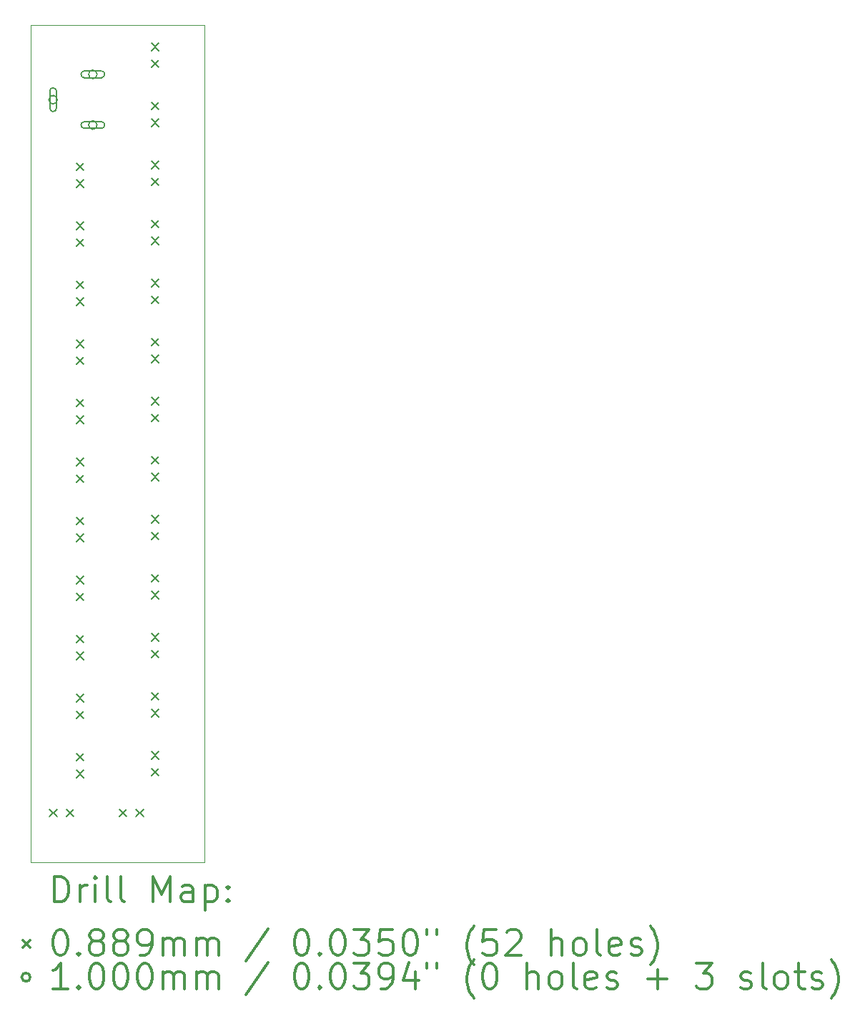
<source format=gbr>
%FSLAX45Y45*%
G04 Gerber Fmt 4.5, Leading zero omitted, Abs format (unit mm)*
G04 Created by KiCad (PCBNEW 5.1.10) date 2021-12-13 09:13:31*
%MOMM*%
%LPD*%
G01*
G04 APERTURE LIST*
%TA.AperFunction,Profile*%
%ADD10C,0.100000*%
%TD*%
%ADD11C,0.200000*%
%ADD12C,0.300000*%
G04 APERTURE END LIST*
D10*
X11379200Y-2463800D02*
X9321800Y-2463800D01*
X11379200Y-12369800D02*
X11379200Y-2463800D01*
X9321800Y-12369800D02*
X11379200Y-12369800D01*
X9321800Y-2463800D02*
X9321800Y-12369800D01*
D11*
X9544050Y-11741150D02*
X9632950Y-11830050D01*
X9632950Y-11741150D02*
X9544050Y-11830050D01*
X9744050Y-11741150D02*
X9832950Y-11830050D01*
X9832950Y-11741150D02*
X9744050Y-11830050D01*
X9861550Y-4095750D02*
X9950450Y-4184650D01*
X9950450Y-4095750D02*
X9861550Y-4184650D01*
X9861550Y-4295750D02*
X9950450Y-4384650D01*
X9950450Y-4295750D02*
X9861550Y-4384650D01*
X9861550Y-4794250D02*
X9950450Y-4883150D01*
X9950450Y-4794250D02*
X9861550Y-4883150D01*
X9861550Y-4994250D02*
X9950450Y-5083150D01*
X9950450Y-4994250D02*
X9861550Y-5083150D01*
X9861550Y-5492750D02*
X9950450Y-5581650D01*
X9950450Y-5492750D02*
X9861550Y-5581650D01*
X9861550Y-5692750D02*
X9950450Y-5781650D01*
X9950450Y-5692750D02*
X9861550Y-5781650D01*
X9861550Y-6191250D02*
X9950450Y-6280150D01*
X9950450Y-6191250D02*
X9861550Y-6280150D01*
X9861550Y-6391250D02*
X9950450Y-6480150D01*
X9950450Y-6391250D02*
X9861550Y-6480150D01*
X9861550Y-6889750D02*
X9950450Y-6978650D01*
X9950450Y-6889750D02*
X9861550Y-6978650D01*
X9861550Y-7089750D02*
X9950450Y-7178650D01*
X9950450Y-7089750D02*
X9861550Y-7178650D01*
X9861550Y-7588250D02*
X9950450Y-7677150D01*
X9950450Y-7588250D02*
X9861550Y-7677150D01*
X9861550Y-7788250D02*
X9950450Y-7877150D01*
X9950450Y-7788250D02*
X9861550Y-7877150D01*
X9861550Y-8286750D02*
X9950450Y-8375650D01*
X9950450Y-8286750D02*
X9861550Y-8375650D01*
X9861550Y-8486750D02*
X9950450Y-8575650D01*
X9950450Y-8486750D02*
X9861550Y-8575650D01*
X9861550Y-8985250D02*
X9950450Y-9074150D01*
X9950450Y-8985250D02*
X9861550Y-9074150D01*
X9861550Y-9185250D02*
X9950450Y-9274150D01*
X9950450Y-9185250D02*
X9861550Y-9274150D01*
X9861550Y-9683750D02*
X9950450Y-9772650D01*
X9950450Y-9683750D02*
X9861550Y-9772650D01*
X9861550Y-9883750D02*
X9950450Y-9972650D01*
X9950450Y-9883750D02*
X9861550Y-9972650D01*
X9861550Y-10382250D02*
X9950450Y-10471150D01*
X9950450Y-10382250D02*
X9861550Y-10471150D01*
X9861550Y-10582250D02*
X9950450Y-10671150D01*
X9950450Y-10582250D02*
X9861550Y-10671150D01*
X9861550Y-11080750D02*
X9950450Y-11169650D01*
X9950450Y-11080750D02*
X9861550Y-11169650D01*
X9861550Y-11280750D02*
X9950450Y-11369650D01*
X9950450Y-11280750D02*
X9861550Y-11369650D01*
X10369550Y-11741150D02*
X10458450Y-11830050D01*
X10458450Y-11741150D02*
X10369550Y-11830050D01*
X10569550Y-11741150D02*
X10658450Y-11830050D01*
X10658450Y-11741150D02*
X10569550Y-11830050D01*
X10750550Y-2676550D02*
X10839450Y-2765450D01*
X10839450Y-2676550D02*
X10750550Y-2765450D01*
X10750550Y-2876550D02*
X10839450Y-2965450D01*
X10839450Y-2876550D02*
X10750550Y-2965450D01*
X10750550Y-3375050D02*
X10839450Y-3463950D01*
X10839450Y-3375050D02*
X10750550Y-3463950D01*
X10750550Y-3575050D02*
X10839450Y-3663950D01*
X10839450Y-3575050D02*
X10750550Y-3663950D01*
X10750550Y-4073550D02*
X10839450Y-4162450D01*
X10839450Y-4073550D02*
X10750550Y-4162450D01*
X10750550Y-4273550D02*
X10839450Y-4362450D01*
X10839450Y-4273550D02*
X10750550Y-4362450D01*
X10750550Y-4772050D02*
X10839450Y-4860950D01*
X10839450Y-4772050D02*
X10750550Y-4860950D01*
X10750550Y-4972050D02*
X10839450Y-5060950D01*
X10839450Y-4972050D02*
X10750550Y-5060950D01*
X10750550Y-5470550D02*
X10839450Y-5559450D01*
X10839450Y-5470550D02*
X10750550Y-5559450D01*
X10750550Y-5670550D02*
X10839450Y-5759450D01*
X10839450Y-5670550D02*
X10750550Y-5759450D01*
X10750550Y-6169050D02*
X10839450Y-6257950D01*
X10839450Y-6169050D02*
X10750550Y-6257950D01*
X10750550Y-6369050D02*
X10839450Y-6457950D01*
X10839450Y-6369050D02*
X10750550Y-6457950D01*
X10750550Y-6867550D02*
X10839450Y-6956450D01*
X10839450Y-6867550D02*
X10750550Y-6956450D01*
X10750550Y-7067550D02*
X10839450Y-7156450D01*
X10839450Y-7067550D02*
X10750550Y-7156450D01*
X10750550Y-7566050D02*
X10839450Y-7654950D01*
X10839450Y-7566050D02*
X10750550Y-7654950D01*
X10750550Y-7766050D02*
X10839450Y-7854950D01*
X10839450Y-7766050D02*
X10750550Y-7854950D01*
X10750550Y-8264550D02*
X10839450Y-8353450D01*
X10839450Y-8264550D02*
X10750550Y-8353450D01*
X10750550Y-8464550D02*
X10839450Y-8553450D01*
X10839450Y-8464550D02*
X10750550Y-8553450D01*
X10750550Y-8963050D02*
X10839450Y-9051950D01*
X10839450Y-8963050D02*
X10750550Y-9051950D01*
X10750550Y-9163050D02*
X10839450Y-9251950D01*
X10839450Y-9163050D02*
X10750550Y-9251950D01*
X10750550Y-9661550D02*
X10839450Y-9750450D01*
X10839450Y-9661550D02*
X10750550Y-9750450D01*
X10750550Y-9861550D02*
X10839450Y-9950450D01*
X10839450Y-9861550D02*
X10750550Y-9950450D01*
X10750550Y-10360050D02*
X10839450Y-10448950D01*
X10839450Y-10360050D02*
X10750550Y-10448950D01*
X10750550Y-10560050D02*
X10839450Y-10648950D01*
X10839450Y-10560050D02*
X10750550Y-10648950D01*
X10750550Y-11058550D02*
X10839450Y-11147450D01*
X10839450Y-11058550D02*
X10750550Y-11147450D01*
X10750550Y-11258550D02*
X10839450Y-11347450D01*
X10839450Y-11258550D02*
X10750550Y-11347450D01*
X9638500Y-3348000D02*
G75*
G03*
X9638500Y-3348000I-50000J0D01*
G01*
X9548500Y-3248000D02*
X9548500Y-3448000D01*
X9628500Y-3248000D02*
X9628500Y-3448000D01*
X9548500Y-3448000D02*
G75*
G03*
X9628500Y-3448000I40000J0D01*
G01*
X9628500Y-3248000D02*
G75*
G03*
X9548500Y-3248000I-40000J0D01*
G01*
X10108500Y-3048000D02*
G75*
G03*
X10108500Y-3048000I-50000J0D01*
G01*
X10158500Y-3008000D02*
X9958500Y-3008000D01*
X10158500Y-3088000D02*
X9958500Y-3088000D01*
X9958500Y-3008000D02*
G75*
G03*
X9958500Y-3088000I0J-40000D01*
G01*
X10158500Y-3088000D02*
G75*
G03*
X10158500Y-3008000I0J40000D01*
G01*
X10108500Y-3648000D02*
G75*
G03*
X10108500Y-3648000I-50000J0D01*
G01*
X10158500Y-3608000D02*
X9958500Y-3608000D01*
X10158500Y-3688000D02*
X9958500Y-3688000D01*
X9958500Y-3608000D02*
G75*
G03*
X9958500Y-3688000I0J-40000D01*
G01*
X10158500Y-3688000D02*
G75*
G03*
X10158500Y-3608000I0J40000D01*
G01*
D12*
X9603228Y-12840514D02*
X9603228Y-12540514D01*
X9674657Y-12540514D01*
X9717514Y-12554800D01*
X9746086Y-12583371D01*
X9760371Y-12611943D01*
X9774657Y-12669086D01*
X9774657Y-12711943D01*
X9760371Y-12769086D01*
X9746086Y-12797657D01*
X9717514Y-12826229D01*
X9674657Y-12840514D01*
X9603228Y-12840514D01*
X9903228Y-12840514D02*
X9903228Y-12640514D01*
X9903228Y-12697657D02*
X9917514Y-12669086D01*
X9931800Y-12654800D01*
X9960371Y-12640514D01*
X9988943Y-12640514D01*
X10088943Y-12840514D02*
X10088943Y-12640514D01*
X10088943Y-12540514D02*
X10074657Y-12554800D01*
X10088943Y-12569086D01*
X10103228Y-12554800D01*
X10088943Y-12540514D01*
X10088943Y-12569086D01*
X10274657Y-12840514D02*
X10246086Y-12826229D01*
X10231800Y-12797657D01*
X10231800Y-12540514D01*
X10431800Y-12840514D02*
X10403228Y-12826229D01*
X10388943Y-12797657D01*
X10388943Y-12540514D01*
X10774657Y-12840514D02*
X10774657Y-12540514D01*
X10874657Y-12754800D01*
X10974657Y-12540514D01*
X10974657Y-12840514D01*
X11246086Y-12840514D02*
X11246086Y-12683371D01*
X11231800Y-12654800D01*
X11203228Y-12640514D01*
X11146086Y-12640514D01*
X11117514Y-12654800D01*
X11246086Y-12826229D02*
X11217514Y-12840514D01*
X11146086Y-12840514D01*
X11117514Y-12826229D01*
X11103228Y-12797657D01*
X11103228Y-12769086D01*
X11117514Y-12740514D01*
X11146086Y-12726229D01*
X11217514Y-12726229D01*
X11246086Y-12711943D01*
X11388943Y-12640514D02*
X11388943Y-12940514D01*
X11388943Y-12654800D02*
X11417514Y-12640514D01*
X11474657Y-12640514D01*
X11503228Y-12654800D01*
X11517514Y-12669086D01*
X11531800Y-12697657D01*
X11531800Y-12783371D01*
X11517514Y-12811943D01*
X11503228Y-12826229D01*
X11474657Y-12840514D01*
X11417514Y-12840514D01*
X11388943Y-12826229D01*
X11660371Y-12811943D02*
X11674657Y-12826229D01*
X11660371Y-12840514D01*
X11646086Y-12826229D01*
X11660371Y-12811943D01*
X11660371Y-12840514D01*
X11660371Y-12654800D02*
X11674657Y-12669086D01*
X11660371Y-12683371D01*
X11646086Y-12669086D01*
X11660371Y-12654800D01*
X11660371Y-12683371D01*
X9227900Y-13290350D02*
X9316800Y-13379250D01*
X9316800Y-13290350D02*
X9227900Y-13379250D01*
X9660371Y-13170514D02*
X9688943Y-13170514D01*
X9717514Y-13184800D01*
X9731800Y-13199086D01*
X9746086Y-13227657D01*
X9760371Y-13284800D01*
X9760371Y-13356229D01*
X9746086Y-13413371D01*
X9731800Y-13441943D01*
X9717514Y-13456229D01*
X9688943Y-13470514D01*
X9660371Y-13470514D01*
X9631800Y-13456229D01*
X9617514Y-13441943D01*
X9603228Y-13413371D01*
X9588943Y-13356229D01*
X9588943Y-13284800D01*
X9603228Y-13227657D01*
X9617514Y-13199086D01*
X9631800Y-13184800D01*
X9660371Y-13170514D01*
X9888943Y-13441943D02*
X9903228Y-13456229D01*
X9888943Y-13470514D01*
X9874657Y-13456229D01*
X9888943Y-13441943D01*
X9888943Y-13470514D01*
X10074657Y-13299086D02*
X10046086Y-13284800D01*
X10031800Y-13270514D01*
X10017514Y-13241943D01*
X10017514Y-13227657D01*
X10031800Y-13199086D01*
X10046086Y-13184800D01*
X10074657Y-13170514D01*
X10131800Y-13170514D01*
X10160371Y-13184800D01*
X10174657Y-13199086D01*
X10188943Y-13227657D01*
X10188943Y-13241943D01*
X10174657Y-13270514D01*
X10160371Y-13284800D01*
X10131800Y-13299086D01*
X10074657Y-13299086D01*
X10046086Y-13313371D01*
X10031800Y-13327657D01*
X10017514Y-13356229D01*
X10017514Y-13413371D01*
X10031800Y-13441943D01*
X10046086Y-13456229D01*
X10074657Y-13470514D01*
X10131800Y-13470514D01*
X10160371Y-13456229D01*
X10174657Y-13441943D01*
X10188943Y-13413371D01*
X10188943Y-13356229D01*
X10174657Y-13327657D01*
X10160371Y-13313371D01*
X10131800Y-13299086D01*
X10360371Y-13299086D02*
X10331800Y-13284800D01*
X10317514Y-13270514D01*
X10303228Y-13241943D01*
X10303228Y-13227657D01*
X10317514Y-13199086D01*
X10331800Y-13184800D01*
X10360371Y-13170514D01*
X10417514Y-13170514D01*
X10446086Y-13184800D01*
X10460371Y-13199086D01*
X10474657Y-13227657D01*
X10474657Y-13241943D01*
X10460371Y-13270514D01*
X10446086Y-13284800D01*
X10417514Y-13299086D01*
X10360371Y-13299086D01*
X10331800Y-13313371D01*
X10317514Y-13327657D01*
X10303228Y-13356229D01*
X10303228Y-13413371D01*
X10317514Y-13441943D01*
X10331800Y-13456229D01*
X10360371Y-13470514D01*
X10417514Y-13470514D01*
X10446086Y-13456229D01*
X10460371Y-13441943D01*
X10474657Y-13413371D01*
X10474657Y-13356229D01*
X10460371Y-13327657D01*
X10446086Y-13313371D01*
X10417514Y-13299086D01*
X10617514Y-13470514D02*
X10674657Y-13470514D01*
X10703228Y-13456229D01*
X10717514Y-13441943D01*
X10746086Y-13399086D01*
X10760371Y-13341943D01*
X10760371Y-13227657D01*
X10746086Y-13199086D01*
X10731800Y-13184800D01*
X10703228Y-13170514D01*
X10646086Y-13170514D01*
X10617514Y-13184800D01*
X10603228Y-13199086D01*
X10588943Y-13227657D01*
X10588943Y-13299086D01*
X10603228Y-13327657D01*
X10617514Y-13341943D01*
X10646086Y-13356229D01*
X10703228Y-13356229D01*
X10731800Y-13341943D01*
X10746086Y-13327657D01*
X10760371Y-13299086D01*
X10888943Y-13470514D02*
X10888943Y-13270514D01*
X10888943Y-13299086D02*
X10903228Y-13284800D01*
X10931800Y-13270514D01*
X10974657Y-13270514D01*
X11003228Y-13284800D01*
X11017514Y-13313371D01*
X11017514Y-13470514D01*
X11017514Y-13313371D02*
X11031800Y-13284800D01*
X11060371Y-13270514D01*
X11103228Y-13270514D01*
X11131800Y-13284800D01*
X11146086Y-13313371D01*
X11146086Y-13470514D01*
X11288943Y-13470514D02*
X11288943Y-13270514D01*
X11288943Y-13299086D02*
X11303228Y-13284800D01*
X11331800Y-13270514D01*
X11374657Y-13270514D01*
X11403228Y-13284800D01*
X11417514Y-13313371D01*
X11417514Y-13470514D01*
X11417514Y-13313371D02*
X11431800Y-13284800D01*
X11460371Y-13270514D01*
X11503228Y-13270514D01*
X11531800Y-13284800D01*
X11546086Y-13313371D01*
X11546086Y-13470514D01*
X12131800Y-13156229D02*
X11874657Y-13541943D01*
X12517514Y-13170514D02*
X12546086Y-13170514D01*
X12574657Y-13184800D01*
X12588943Y-13199086D01*
X12603228Y-13227657D01*
X12617514Y-13284800D01*
X12617514Y-13356229D01*
X12603228Y-13413371D01*
X12588943Y-13441943D01*
X12574657Y-13456229D01*
X12546086Y-13470514D01*
X12517514Y-13470514D01*
X12488943Y-13456229D01*
X12474657Y-13441943D01*
X12460371Y-13413371D01*
X12446086Y-13356229D01*
X12446086Y-13284800D01*
X12460371Y-13227657D01*
X12474657Y-13199086D01*
X12488943Y-13184800D01*
X12517514Y-13170514D01*
X12746086Y-13441943D02*
X12760371Y-13456229D01*
X12746086Y-13470514D01*
X12731800Y-13456229D01*
X12746086Y-13441943D01*
X12746086Y-13470514D01*
X12946086Y-13170514D02*
X12974657Y-13170514D01*
X13003228Y-13184800D01*
X13017514Y-13199086D01*
X13031800Y-13227657D01*
X13046086Y-13284800D01*
X13046086Y-13356229D01*
X13031800Y-13413371D01*
X13017514Y-13441943D01*
X13003228Y-13456229D01*
X12974657Y-13470514D01*
X12946086Y-13470514D01*
X12917514Y-13456229D01*
X12903228Y-13441943D01*
X12888943Y-13413371D01*
X12874657Y-13356229D01*
X12874657Y-13284800D01*
X12888943Y-13227657D01*
X12903228Y-13199086D01*
X12917514Y-13184800D01*
X12946086Y-13170514D01*
X13146086Y-13170514D02*
X13331800Y-13170514D01*
X13231800Y-13284800D01*
X13274657Y-13284800D01*
X13303228Y-13299086D01*
X13317514Y-13313371D01*
X13331800Y-13341943D01*
X13331800Y-13413371D01*
X13317514Y-13441943D01*
X13303228Y-13456229D01*
X13274657Y-13470514D01*
X13188943Y-13470514D01*
X13160371Y-13456229D01*
X13146086Y-13441943D01*
X13603228Y-13170514D02*
X13460371Y-13170514D01*
X13446086Y-13313371D01*
X13460371Y-13299086D01*
X13488943Y-13284800D01*
X13560371Y-13284800D01*
X13588943Y-13299086D01*
X13603228Y-13313371D01*
X13617514Y-13341943D01*
X13617514Y-13413371D01*
X13603228Y-13441943D01*
X13588943Y-13456229D01*
X13560371Y-13470514D01*
X13488943Y-13470514D01*
X13460371Y-13456229D01*
X13446086Y-13441943D01*
X13803228Y-13170514D02*
X13831800Y-13170514D01*
X13860371Y-13184800D01*
X13874657Y-13199086D01*
X13888943Y-13227657D01*
X13903228Y-13284800D01*
X13903228Y-13356229D01*
X13888943Y-13413371D01*
X13874657Y-13441943D01*
X13860371Y-13456229D01*
X13831800Y-13470514D01*
X13803228Y-13470514D01*
X13774657Y-13456229D01*
X13760371Y-13441943D01*
X13746086Y-13413371D01*
X13731800Y-13356229D01*
X13731800Y-13284800D01*
X13746086Y-13227657D01*
X13760371Y-13199086D01*
X13774657Y-13184800D01*
X13803228Y-13170514D01*
X14017514Y-13170514D02*
X14017514Y-13227657D01*
X14131800Y-13170514D02*
X14131800Y-13227657D01*
X14574657Y-13584800D02*
X14560371Y-13570514D01*
X14531800Y-13527657D01*
X14517514Y-13499086D01*
X14503228Y-13456229D01*
X14488943Y-13384800D01*
X14488943Y-13327657D01*
X14503228Y-13256229D01*
X14517514Y-13213371D01*
X14531800Y-13184800D01*
X14560371Y-13141943D01*
X14574657Y-13127657D01*
X14831800Y-13170514D02*
X14688943Y-13170514D01*
X14674657Y-13313371D01*
X14688943Y-13299086D01*
X14717514Y-13284800D01*
X14788943Y-13284800D01*
X14817514Y-13299086D01*
X14831800Y-13313371D01*
X14846086Y-13341943D01*
X14846086Y-13413371D01*
X14831800Y-13441943D01*
X14817514Y-13456229D01*
X14788943Y-13470514D01*
X14717514Y-13470514D01*
X14688943Y-13456229D01*
X14674657Y-13441943D01*
X14960371Y-13199086D02*
X14974657Y-13184800D01*
X15003228Y-13170514D01*
X15074657Y-13170514D01*
X15103228Y-13184800D01*
X15117514Y-13199086D01*
X15131800Y-13227657D01*
X15131800Y-13256229D01*
X15117514Y-13299086D01*
X14946086Y-13470514D01*
X15131800Y-13470514D01*
X15488943Y-13470514D02*
X15488943Y-13170514D01*
X15617514Y-13470514D02*
X15617514Y-13313371D01*
X15603228Y-13284800D01*
X15574657Y-13270514D01*
X15531800Y-13270514D01*
X15503228Y-13284800D01*
X15488943Y-13299086D01*
X15803228Y-13470514D02*
X15774657Y-13456229D01*
X15760371Y-13441943D01*
X15746086Y-13413371D01*
X15746086Y-13327657D01*
X15760371Y-13299086D01*
X15774657Y-13284800D01*
X15803228Y-13270514D01*
X15846086Y-13270514D01*
X15874657Y-13284800D01*
X15888943Y-13299086D01*
X15903228Y-13327657D01*
X15903228Y-13413371D01*
X15888943Y-13441943D01*
X15874657Y-13456229D01*
X15846086Y-13470514D01*
X15803228Y-13470514D01*
X16074657Y-13470514D02*
X16046086Y-13456229D01*
X16031800Y-13427657D01*
X16031800Y-13170514D01*
X16303228Y-13456229D02*
X16274657Y-13470514D01*
X16217514Y-13470514D01*
X16188943Y-13456229D01*
X16174657Y-13427657D01*
X16174657Y-13313371D01*
X16188943Y-13284800D01*
X16217514Y-13270514D01*
X16274657Y-13270514D01*
X16303228Y-13284800D01*
X16317514Y-13313371D01*
X16317514Y-13341943D01*
X16174657Y-13370514D01*
X16431800Y-13456229D02*
X16460371Y-13470514D01*
X16517514Y-13470514D01*
X16546086Y-13456229D01*
X16560371Y-13427657D01*
X16560371Y-13413371D01*
X16546086Y-13384800D01*
X16517514Y-13370514D01*
X16474657Y-13370514D01*
X16446086Y-13356229D01*
X16431800Y-13327657D01*
X16431800Y-13313371D01*
X16446086Y-13284800D01*
X16474657Y-13270514D01*
X16517514Y-13270514D01*
X16546086Y-13284800D01*
X16660371Y-13584800D02*
X16674657Y-13570514D01*
X16703228Y-13527657D01*
X16717514Y-13499086D01*
X16731800Y-13456229D01*
X16746086Y-13384800D01*
X16746086Y-13327657D01*
X16731800Y-13256229D01*
X16717514Y-13213371D01*
X16703228Y-13184800D01*
X16674657Y-13141943D01*
X16660371Y-13127657D01*
X9316800Y-13730800D02*
G75*
G03*
X9316800Y-13730800I-50000J0D01*
G01*
X9760371Y-13866514D02*
X9588943Y-13866514D01*
X9674657Y-13866514D02*
X9674657Y-13566514D01*
X9646086Y-13609371D01*
X9617514Y-13637943D01*
X9588943Y-13652229D01*
X9888943Y-13837943D02*
X9903228Y-13852229D01*
X9888943Y-13866514D01*
X9874657Y-13852229D01*
X9888943Y-13837943D01*
X9888943Y-13866514D01*
X10088943Y-13566514D02*
X10117514Y-13566514D01*
X10146086Y-13580800D01*
X10160371Y-13595086D01*
X10174657Y-13623657D01*
X10188943Y-13680800D01*
X10188943Y-13752229D01*
X10174657Y-13809371D01*
X10160371Y-13837943D01*
X10146086Y-13852229D01*
X10117514Y-13866514D01*
X10088943Y-13866514D01*
X10060371Y-13852229D01*
X10046086Y-13837943D01*
X10031800Y-13809371D01*
X10017514Y-13752229D01*
X10017514Y-13680800D01*
X10031800Y-13623657D01*
X10046086Y-13595086D01*
X10060371Y-13580800D01*
X10088943Y-13566514D01*
X10374657Y-13566514D02*
X10403228Y-13566514D01*
X10431800Y-13580800D01*
X10446086Y-13595086D01*
X10460371Y-13623657D01*
X10474657Y-13680800D01*
X10474657Y-13752229D01*
X10460371Y-13809371D01*
X10446086Y-13837943D01*
X10431800Y-13852229D01*
X10403228Y-13866514D01*
X10374657Y-13866514D01*
X10346086Y-13852229D01*
X10331800Y-13837943D01*
X10317514Y-13809371D01*
X10303228Y-13752229D01*
X10303228Y-13680800D01*
X10317514Y-13623657D01*
X10331800Y-13595086D01*
X10346086Y-13580800D01*
X10374657Y-13566514D01*
X10660371Y-13566514D02*
X10688943Y-13566514D01*
X10717514Y-13580800D01*
X10731800Y-13595086D01*
X10746086Y-13623657D01*
X10760371Y-13680800D01*
X10760371Y-13752229D01*
X10746086Y-13809371D01*
X10731800Y-13837943D01*
X10717514Y-13852229D01*
X10688943Y-13866514D01*
X10660371Y-13866514D01*
X10631800Y-13852229D01*
X10617514Y-13837943D01*
X10603228Y-13809371D01*
X10588943Y-13752229D01*
X10588943Y-13680800D01*
X10603228Y-13623657D01*
X10617514Y-13595086D01*
X10631800Y-13580800D01*
X10660371Y-13566514D01*
X10888943Y-13866514D02*
X10888943Y-13666514D01*
X10888943Y-13695086D02*
X10903228Y-13680800D01*
X10931800Y-13666514D01*
X10974657Y-13666514D01*
X11003228Y-13680800D01*
X11017514Y-13709371D01*
X11017514Y-13866514D01*
X11017514Y-13709371D02*
X11031800Y-13680800D01*
X11060371Y-13666514D01*
X11103228Y-13666514D01*
X11131800Y-13680800D01*
X11146086Y-13709371D01*
X11146086Y-13866514D01*
X11288943Y-13866514D02*
X11288943Y-13666514D01*
X11288943Y-13695086D02*
X11303228Y-13680800D01*
X11331800Y-13666514D01*
X11374657Y-13666514D01*
X11403228Y-13680800D01*
X11417514Y-13709371D01*
X11417514Y-13866514D01*
X11417514Y-13709371D02*
X11431800Y-13680800D01*
X11460371Y-13666514D01*
X11503228Y-13666514D01*
X11531800Y-13680800D01*
X11546086Y-13709371D01*
X11546086Y-13866514D01*
X12131800Y-13552229D02*
X11874657Y-13937943D01*
X12517514Y-13566514D02*
X12546086Y-13566514D01*
X12574657Y-13580800D01*
X12588943Y-13595086D01*
X12603228Y-13623657D01*
X12617514Y-13680800D01*
X12617514Y-13752229D01*
X12603228Y-13809371D01*
X12588943Y-13837943D01*
X12574657Y-13852229D01*
X12546086Y-13866514D01*
X12517514Y-13866514D01*
X12488943Y-13852229D01*
X12474657Y-13837943D01*
X12460371Y-13809371D01*
X12446086Y-13752229D01*
X12446086Y-13680800D01*
X12460371Y-13623657D01*
X12474657Y-13595086D01*
X12488943Y-13580800D01*
X12517514Y-13566514D01*
X12746086Y-13837943D02*
X12760371Y-13852229D01*
X12746086Y-13866514D01*
X12731800Y-13852229D01*
X12746086Y-13837943D01*
X12746086Y-13866514D01*
X12946086Y-13566514D02*
X12974657Y-13566514D01*
X13003228Y-13580800D01*
X13017514Y-13595086D01*
X13031800Y-13623657D01*
X13046086Y-13680800D01*
X13046086Y-13752229D01*
X13031800Y-13809371D01*
X13017514Y-13837943D01*
X13003228Y-13852229D01*
X12974657Y-13866514D01*
X12946086Y-13866514D01*
X12917514Y-13852229D01*
X12903228Y-13837943D01*
X12888943Y-13809371D01*
X12874657Y-13752229D01*
X12874657Y-13680800D01*
X12888943Y-13623657D01*
X12903228Y-13595086D01*
X12917514Y-13580800D01*
X12946086Y-13566514D01*
X13146086Y-13566514D02*
X13331800Y-13566514D01*
X13231800Y-13680800D01*
X13274657Y-13680800D01*
X13303228Y-13695086D01*
X13317514Y-13709371D01*
X13331800Y-13737943D01*
X13331800Y-13809371D01*
X13317514Y-13837943D01*
X13303228Y-13852229D01*
X13274657Y-13866514D01*
X13188943Y-13866514D01*
X13160371Y-13852229D01*
X13146086Y-13837943D01*
X13474657Y-13866514D02*
X13531800Y-13866514D01*
X13560371Y-13852229D01*
X13574657Y-13837943D01*
X13603228Y-13795086D01*
X13617514Y-13737943D01*
X13617514Y-13623657D01*
X13603228Y-13595086D01*
X13588943Y-13580800D01*
X13560371Y-13566514D01*
X13503228Y-13566514D01*
X13474657Y-13580800D01*
X13460371Y-13595086D01*
X13446086Y-13623657D01*
X13446086Y-13695086D01*
X13460371Y-13723657D01*
X13474657Y-13737943D01*
X13503228Y-13752229D01*
X13560371Y-13752229D01*
X13588943Y-13737943D01*
X13603228Y-13723657D01*
X13617514Y-13695086D01*
X13874657Y-13666514D02*
X13874657Y-13866514D01*
X13803228Y-13552229D02*
X13731800Y-13766514D01*
X13917514Y-13766514D01*
X14017514Y-13566514D02*
X14017514Y-13623657D01*
X14131800Y-13566514D02*
X14131800Y-13623657D01*
X14574657Y-13980800D02*
X14560371Y-13966514D01*
X14531800Y-13923657D01*
X14517514Y-13895086D01*
X14503228Y-13852229D01*
X14488943Y-13780800D01*
X14488943Y-13723657D01*
X14503228Y-13652229D01*
X14517514Y-13609371D01*
X14531800Y-13580800D01*
X14560371Y-13537943D01*
X14574657Y-13523657D01*
X14746086Y-13566514D02*
X14774657Y-13566514D01*
X14803228Y-13580800D01*
X14817514Y-13595086D01*
X14831800Y-13623657D01*
X14846086Y-13680800D01*
X14846086Y-13752229D01*
X14831800Y-13809371D01*
X14817514Y-13837943D01*
X14803228Y-13852229D01*
X14774657Y-13866514D01*
X14746086Y-13866514D01*
X14717514Y-13852229D01*
X14703228Y-13837943D01*
X14688943Y-13809371D01*
X14674657Y-13752229D01*
X14674657Y-13680800D01*
X14688943Y-13623657D01*
X14703228Y-13595086D01*
X14717514Y-13580800D01*
X14746086Y-13566514D01*
X15203228Y-13866514D02*
X15203228Y-13566514D01*
X15331800Y-13866514D02*
X15331800Y-13709371D01*
X15317514Y-13680800D01*
X15288943Y-13666514D01*
X15246086Y-13666514D01*
X15217514Y-13680800D01*
X15203228Y-13695086D01*
X15517514Y-13866514D02*
X15488943Y-13852229D01*
X15474657Y-13837943D01*
X15460371Y-13809371D01*
X15460371Y-13723657D01*
X15474657Y-13695086D01*
X15488943Y-13680800D01*
X15517514Y-13666514D01*
X15560371Y-13666514D01*
X15588943Y-13680800D01*
X15603228Y-13695086D01*
X15617514Y-13723657D01*
X15617514Y-13809371D01*
X15603228Y-13837943D01*
X15588943Y-13852229D01*
X15560371Y-13866514D01*
X15517514Y-13866514D01*
X15788943Y-13866514D02*
X15760371Y-13852229D01*
X15746086Y-13823657D01*
X15746086Y-13566514D01*
X16017514Y-13852229D02*
X15988943Y-13866514D01*
X15931800Y-13866514D01*
X15903228Y-13852229D01*
X15888943Y-13823657D01*
X15888943Y-13709371D01*
X15903228Y-13680800D01*
X15931800Y-13666514D01*
X15988943Y-13666514D01*
X16017514Y-13680800D01*
X16031800Y-13709371D01*
X16031800Y-13737943D01*
X15888943Y-13766514D01*
X16146086Y-13852229D02*
X16174657Y-13866514D01*
X16231800Y-13866514D01*
X16260371Y-13852229D01*
X16274657Y-13823657D01*
X16274657Y-13809371D01*
X16260371Y-13780800D01*
X16231800Y-13766514D01*
X16188943Y-13766514D01*
X16160371Y-13752229D01*
X16146086Y-13723657D01*
X16146086Y-13709371D01*
X16160371Y-13680800D01*
X16188943Y-13666514D01*
X16231800Y-13666514D01*
X16260371Y-13680800D01*
X16631800Y-13752229D02*
X16860371Y-13752229D01*
X16746086Y-13866514D02*
X16746086Y-13637943D01*
X17203228Y-13566514D02*
X17388943Y-13566514D01*
X17288943Y-13680800D01*
X17331800Y-13680800D01*
X17360371Y-13695086D01*
X17374657Y-13709371D01*
X17388943Y-13737943D01*
X17388943Y-13809371D01*
X17374657Y-13837943D01*
X17360371Y-13852229D01*
X17331800Y-13866514D01*
X17246086Y-13866514D01*
X17217514Y-13852229D01*
X17203228Y-13837943D01*
X17731800Y-13852229D02*
X17760371Y-13866514D01*
X17817514Y-13866514D01*
X17846086Y-13852229D01*
X17860371Y-13823657D01*
X17860371Y-13809371D01*
X17846086Y-13780800D01*
X17817514Y-13766514D01*
X17774657Y-13766514D01*
X17746086Y-13752229D01*
X17731800Y-13723657D01*
X17731800Y-13709371D01*
X17746086Y-13680800D01*
X17774657Y-13666514D01*
X17817514Y-13666514D01*
X17846086Y-13680800D01*
X18031800Y-13866514D02*
X18003228Y-13852229D01*
X17988943Y-13823657D01*
X17988943Y-13566514D01*
X18188943Y-13866514D02*
X18160371Y-13852229D01*
X18146086Y-13837943D01*
X18131800Y-13809371D01*
X18131800Y-13723657D01*
X18146086Y-13695086D01*
X18160371Y-13680800D01*
X18188943Y-13666514D01*
X18231800Y-13666514D01*
X18260371Y-13680800D01*
X18274657Y-13695086D01*
X18288943Y-13723657D01*
X18288943Y-13809371D01*
X18274657Y-13837943D01*
X18260371Y-13852229D01*
X18231800Y-13866514D01*
X18188943Y-13866514D01*
X18374657Y-13666514D02*
X18488943Y-13666514D01*
X18417514Y-13566514D02*
X18417514Y-13823657D01*
X18431800Y-13852229D01*
X18460371Y-13866514D01*
X18488943Y-13866514D01*
X18574657Y-13852229D02*
X18603228Y-13866514D01*
X18660371Y-13866514D01*
X18688943Y-13852229D01*
X18703228Y-13823657D01*
X18703228Y-13809371D01*
X18688943Y-13780800D01*
X18660371Y-13766514D01*
X18617514Y-13766514D01*
X18588943Y-13752229D01*
X18574657Y-13723657D01*
X18574657Y-13709371D01*
X18588943Y-13680800D01*
X18617514Y-13666514D01*
X18660371Y-13666514D01*
X18688943Y-13680800D01*
X18803228Y-13980800D02*
X18817514Y-13966514D01*
X18846086Y-13923657D01*
X18860371Y-13895086D01*
X18874657Y-13852229D01*
X18888943Y-13780800D01*
X18888943Y-13723657D01*
X18874657Y-13652229D01*
X18860371Y-13609371D01*
X18846086Y-13580800D01*
X18817514Y-13537943D01*
X18803228Y-13523657D01*
M02*

</source>
